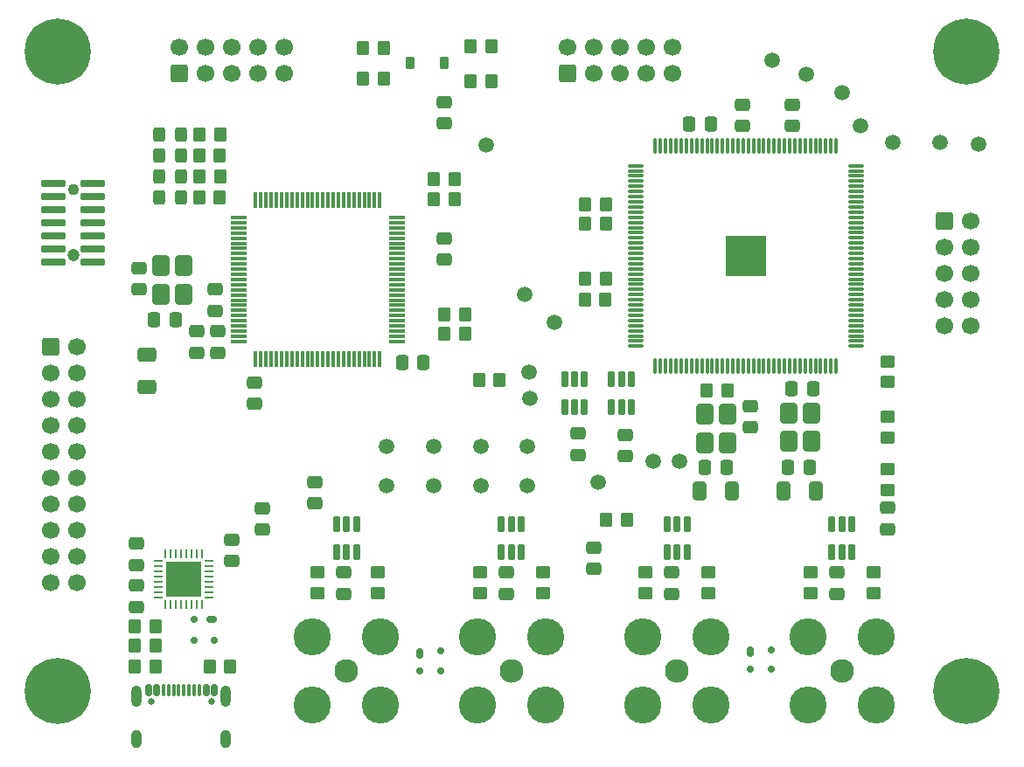
<source format=gts>
G04 #@! TF.GenerationSoftware,KiCad,Pcbnew,9.0.5*
G04 #@! TF.CreationDate,2025-10-23T02:28:30+02:00*
G04 #@! TF.ProjectId,main-board,6d61696e-2d62-46f6-9172-642e6b696361,1.0a*
G04 #@! TF.SameCoordinates,Original*
G04 #@! TF.FileFunction,Soldermask,Top*
G04 #@! TF.FilePolarity,Negative*
%FSLAX46Y46*%
G04 Gerber Fmt 4.6, Leading zero omitted, Abs format (unit mm)*
G04 Created by KiCad (PCBNEW 9.0.5) date 2025-10-23 02:28:30*
%MOMM*%
%LPD*%
G01*
G04 APERTURE LIST*
G04 Aperture macros list*
%AMRoundRect*
0 Rectangle with rounded corners*
0 $1 Rounding radius*
0 $2 $3 $4 $5 $6 $7 $8 $9 X,Y pos of 4 corners*
0 Add a 4 corners polygon primitive as box body*
4,1,4,$2,$3,$4,$5,$6,$7,$8,$9,$2,$3,0*
0 Add four circle primitives for the rounded corners*
1,1,$1+$1,$2,$3*
1,1,$1+$1,$4,$5*
1,1,$1+$1,$6,$7*
1,1,$1+$1,$8,$9*
0 Add four rect primitives between the rounded corners*
20,1,$1+$1,$2,$3,$4,$5,0*
20,1,$1+$1,$4,$5,$6,$7,0*
20,1,$1+$1,$6,$7,$8,$9,0*
20,1,$1+$1,$8,$9,$2,$3,0*%
G04 Aperture macros list end*
%ADD10RoundRect,0.250000X-0.350000X-0.450000X0.350000X-0.450000X0.350000X0.450000X-0.350000X0.450000X0*%
%ADD11RoundRect,0.250000X0.475000X-0.337500X0.475000X0.337500X-0.475000X0.337500X-0.475000X-0.337500X0*%
%ADD12RoundRect,0.162500X-0.162500X0.617500X-0.162500X-0.617500X0.162500X-0.617500X0.162500X0.617500X0*%
%ADD13RoundRect,0.175000X-0.175000X-0.325000X0.175000X-0.325000X0.175000X0.325000X-0.175000X0.325000X0*%
%ADD14RoundRect,0.150000X-0.200000X-0.150000X0.200000X-0.150000X0.200000X0.150000X-0.200000X0.150000X0*%
%ADD15RoundRect,0.250000X-0.450000X0.350000X-0.450000X-0.350000X0.450000X-0.350000X0.450000X0.350000X0*%
%ADD16RoundRect,0.250000X-0.337500X-0.475000X0.337500X-0.475000X0.337500X0.475000X-0.337500X0.475000X0*%
%ADD17RoundRect,0.250000X0.450000X-0.350000X0.450000X0.350000X-0.450000X0.350000X-0.450000X-0.350000X0*%
%ADD18RoundRect,0.250000X-0.475000X0.337500X-0.475000X-0.337500X0.475000X-0.337500X0.475000X0.337500X0*%
%ADD19RoundRect,0.250000X0.575000X-0.725000X0.575000X0.725000X-0.575000X0.725000X-0.575000X-0.725000X0*%
%ADD20RoundRect,0.062500X0.062500X-0.375000X0.062500X0.375000X-0.062500X0.375000X-0.062500X-0.375000X0*%
%ADD21RoundRect,0.062500X0.375000X-0.062500X0.375000X0.062500X-0.375000X0.062500X-0.375000X-0.062500X0*%
%ADD22R,3.450000X3.450000*%
%ADD23C,0.650000*%
%ADD24RoundRect,0.150000X-0.150000X-0.425000X0.150000X-0.425000X0.150000X0.425000X-0.150000X0.425000X0*%
%ADD25RoundRect,0.075000X-0.075000X-0.500000X0.075000X-0.500000X0.075000X0.500000X-0.075000X0.500000X0*%
%ADD26O,1.000000X2.100000*%
%ADD27O,1.000000X1.800000*%
%ADD28C,2.300000*%
%ADD29C,3.600000*%
%ADD30RoundRect,0.250000X-0.600000X-0.600000X0.600000X-0.600000X0.600000X0.600000X-0.600000X0.600000X0*%
%ADD31C,1.700000*%
%ADD32RoundRect,0.175000X-0.325000X0.175000X-0.325000X-0.175000X0.325000X-0.175000X0.325000X0.175000X0*%
%ADD33RoundRect,0.150000X-0.150000X0.200000X-0.150000X-0.200000X0.150000X-0.200000X0.150000X0.200000X0*%
%ADD34RoundRect,0.250000X-0.412500X-0.650000X0.412500X-0.650000X0.412500X0.650000X-0.412500X0.650000X0*%
%ADD35C,6.400000*%
%ADD36C,1.200000*%
%ADD37C,1.100000*%
%ADD38RoundRect,0.112500X1.037500X-0.262500X1.037500X0.262500X-1.037500X0.262500X-1.037500X-0.262500X0*%
%ADD39RoundRect,0.250000X0.600000X-0.600000X0.600000X0.600000X-0.600000X0.600000X-0.600000X-0.600000X0*%
%ADD40C,1.500000*%
%ADD41RoundRect,0.250000X0.337500X0.475000X-0.337500X0.475000X-0.337500X-0.475000X0.337500X-0.475000X0*%
%ADD42RoundRect,0.250000X0.350000X0.450000X-0.350000X0.450000X-0.350000X-0.450000X0.350000X-0.450000X0*%
%ADD43RoundRect,0.250000X-0.325000X-0.450000X0.325000X-0.450000X0.325000X0.450000X-0.325000X0.450000X0*%
%ADD44RoundRect,0.225000X0.225000X0.375000X-0.225000X0.375000X-0.225000X-0.375000X0.225000X-0.375000X0*%
%ADD45RoundRect,0.250000X0.650000X-0.412500X0.650000X0.412500X-0.650000X0.412500X-0.650000X-0.412500X0*%
%ADD46RoundRect,0.075000X0.075000X-0.662500X0.075000X0.662500X-0.075000X0.662500X-0.075000X-0.662500X0*%
%ADD47RoundRect,0.075000X0.662500X-0.075000X0.662500X0.075000X-0.662500X0.075000X-0.662500X-0.075000X0*%
%ADD48R,4.000000X4.000000*%
%ADD49RoundRect,0.075000X-0.725000X-0.075000X0.725000X-0.075000X0.725000X0.075000X-0.725000X0.075000X0*%
%ADD50RoundRect,0.075000X-0.075000X-0.725000X0.075000X-0.725000X0.075000X0.725000X-0.075000X0.725000X0*%
G04 APERTURE END LIST*
D10*
X100169200Y-76581000D03*
X102169200Y-76581000D03*
D11*
X125647200Y-51964500D03*
X125647200Y-49889500D03*
D12*
X104245200Y-90598000D03*
X103295200Y-90598000D03*
X102345200Y-90598000D03*
X102345200Y-93298000D03*
X103295200Y-93298000D03*
X104245200Y-93298000D03*
D13*
X94437200Y-103070000D03*
D14*
X94437200Y-104770000D03*
X96437200Y-104770000D03*
X96437200Y-102870000D03*
D15*
X138347200Y-95266000D03*
X138347200Y-97266000D03*
D16*
X122069700Y-85090000D03*
X124144700Y-85090000D03*
D17*
X139744200Y-76803000D03*
X139744200Y-74803000D03*
D18*
X79165200Y-89005500D03*
X79165200Y-91080500D03*
D19*
X124207200Y-82655000D03*
X124207200Y-79905000D03*
X122007200Y-79905000D03*
X122007200Y-82655000D03*
D20*
X69823200Y-98347000D03*
X70323200Y-98347000D03*
X70823200Y-98347000D03*
X71323200Y-98347000D03*
X71823200Y-98347000D03*
X72323200Y-98347000D03*
X72823200Y-98347000D03*
X73323200Y-98347000D03*
D21*
X74010700Y-97659500D03*
X74010700Y-97159500D03*
X74010700Y-96659500D03*
X74010700Y-96159500D03*
X74010700Y-95659500D03*
X74010700Y-95159500D03*
X74010700Y-94659500D03*
X74010700Y-94159500D03*
D20*
X73323200Y-93472000D03*
X72823200Y-93472000D03*
X72323200Y-93472000D03*
X71823200Y-93472000D03*
X71323200Y-93472000D03*
X70823200Y-93472000D03*
X70323200Y-93472000D03*
X69823200Y-93472000D03*
D21*
X69135700Y-94159500D03*
X69135700Y-94659500D03*
X69135700Y-95159500D03*
X69135700Y-95659500D03*
X69135700Y-96159500D03*
X69135700Y-96659500D03*
X69135700Y-97159500D03*
X69135700Y-97659500D03*
D22*
X71573200Y-95909500D03*
D10*
X73101200Y-52832000D03*
X75101200Y-52832000D03*
D23*
X68469200Y-107757000D03*
X74249200Y-107757000D03*
D24*
X68159200Y-106682000D03*
X68959200Y-106682000D03*
D25*
X70109200Y-106682000D03*
X71109200Y-106682000D03*
X71609200Y-106682000D03*
X72609200Y-106682000D03*
D24*
X73759200Y-106682000D03*
X74559200Y-106682000D03*
X74559200Y-106682000D03*
X73759200Y-106682000D03*
D25*
X73109200Y-106682000D03*
X72109200Y-106682000D03*
X70609200Y-106682000D03*
X69609200Y-106682000D03*
D24*
X68959200Y-106682000D03*
X68159200Y-106682000D03*
D26*
X67039200Y-107257000D03*
D27*
X67039200Y-111437000D03*
D26*
X75679200Y-107257000D03*
D27*
X75679200Y-111437000D03*
D28*
X103359200Y-104762000D03*
D29*
X106659200Y-108062000D03*
X106659200Y-101462000D03*
X100059200Y-108062000D03*
X100059200Y-101462000D03*
D10*
X73085200Y-54864000D03*
X75085200Y-54864000D03*
D15*
X100247200Y-95266000D03*
X100247200Y-97266000D03*
D30*
X145205200Y-61214000D03*
D31*
X147745200Y-61214000D03*
X145205200Y-63754000D03*
X147745200Y-63754000D03*
X145205200Y-66294000D03*
X147745200Y-66294000D03*
X145205200Y-68834000D03*
X147745200Y-68834000D03*
X145205200Y-71374000D03*
X147745200Y-71374000D03*
D32*
X74327200Y-99838000D03*
D33*
X72627200Y-99838000D03*
X72627200Y-101838000D03*
X74527200Y-101838000D03*
D34*
X129634200Y-87376000D03*
X132759200Y-87376000D03*
D35*
X147359200Y-44762000D03*
D19*
X71545200Y-68282000D03*
X71545200Y-65532000D03*
X69345200Y-65532000D03*
X69345200Y-68282000D03*
D36*
X60877200Y-64516000D03*
D37*
X60877200Y-58166000D03*
D38*
X62782200Y-65151000D03*
X58972200Y-65151000D03*
X62782200Y-63881000D03*
X58972200Y-63881000D03*
X62782200Y-62611000D03*
X58972200Y-62611000D03*
X62782200Y-61341000D03*
X58972200Y-61341000D03*
X62782200Y-60071000D03*
X58972200Y-60071000D03*
X62782200Y-58801000D03*
X58972200Y-58801000D03*
X62782200Y-57531000D03*
X58972200Y-57531000D03*
D35*
X59359200Y-44762000D03*
D39*
X108756200Y-46863000D03*
D31*
X108756200Y-44323000D03*
X111296200Y-46863000D03*
X111296200Y-44323000D03*
X113836200Y-46863000D03*
X113836200Y-44323000D03*
X116376200Y-46863000D03*
X116376200Y-44323000D03*
X118916200Y-46863000D03*
X118916200Y-44323000D03*
D10*
X66878200Y-100457000D03*
X68878200Y-100457000D03*
D40*
X128568200Y-45593000D03*
D30*
X58718200Y-73406000D03*
D31*
X61258200Y-73406000D03*
X58718200Y-75946000D03*
X61258200Y-75946000D03*
X58718200Y-78486000D03*
X61258200Y-78486000D03*
X58718200Y-81026000D03*
X61258200Y-81026000D03*
X58718200Y-83566000D03*
X61258200Y-83566000D03*
X58718200Y-86106000D03*
X61258200Y-86106000D03*
X58718200Y-88646000D03*
X61258200Y-88646000D03*
X58718200Y-91186000D03*
X61258200Y-91186000D03*
X58718200Y-93726000D03*
X61258200Y-93726000D03*
X58718200Y-96266000D03*
X61258200Y-96266000D03*
D10*
X110439200Y-59563000D03*
X112439200Y-59563000D03*
D15*
X90341200Y-95266000D03*
X90341200Y-97266000D03*
D11*
X96818200Y-64940000D03*
X96818200Y-62865000D03*
D18*
X87039200Y-95228500D03*
X87039200Y-97303500D03*
D41*
X70804700Y-70739000D03*
X68729700Y-70739000D03*
D40*
X105022400Y-75844400D03*
D10*
X73101200Y-56896000D03*
X75101200Y-56896000D03*
D11*
X76244200Y-94150000D03*
X76244200Y-92075000D03*
D12*
X114913200Y-76501000D03*
X113963200Y-76501000D03*
X113013200Y-76501000D03*
X113013200Y-79201000D03*
X113963200Y-79201000D03*
X114913200Y-79201000D03*
D40*
X104819200Y-83058000D03*
X100330200Y-83058000D03*
D11*
X130473200Y-51964500D03*
X130473200Y-49889500D03*
D42*
X68846200Y-102362000D03*
X66846200Y-102362000D03*
D18*
X74847200Y-71860500D03*
X74847200Y-73935500D03*
D40*
X104565200Y-68326000D03*
D35*
X147359200Y-106762000D03*
D40*
X144824200Y-53594000D03*
D18*
X134791200Y-95250000D03*
X134791200Y-97325000D03*
D40*
X100374200Y-86868000D03*
X95802200Y-86868000D03*
D18*
X84245200Y-86465500D03*
X84245200Y-88540500D03*
X72815200Y-71860500D03*
X72815200Y-73935500D03*
D35*
X59359200Y-106762000D03*
D10*
X95802200Y-57150000D03*
X97802200Y-57150000D03*
D15*
X106343200Y-95266000D03*
X106343200Y-97266000D03*
D42*
X101374200Y-47656000D03*
X99374200Y-47656000D03*
D28*
X119359200Y-104762000D03*
D29*
X122659200Y-108062000D03*
X122659200Y-101462000D03*
X116059200Y-108062000D03*
X116059200Y-101462000D03*
D10*
X74101200Y-104394000D03*
X76101200Y-104394000D03*
D18*
X111296200Y-92815500D03*
X111296200Y-94890500D03*
D40*
X137077200Y-51943000D03*
D18*
X74593200Y-67796500D03*
X74593200Y-69871500D03*
D15*
X139744200Y-85233000D03*
X139744200Y-87233000D03*
D40*
X107460800Y-71018400D03*
D10*
X96834200Y-70231000D03*
X98834200Y-70231000D03*
D18*
X109746800Y-81766500D03*
X109746800Y-83841500D03*
D42*
X114471200Y-90170000D03*
X112471200Y-90170000D03*
D15*
X116249200Y-95266000D03*
X116249200Y-97266000D03*
D40*
X131870200Y-46990000D03*
D11*
X66973200Y-94531000D03*
X66973200Y-92456000D03*
D18*
X114344200Y-81915000D03*
X114344200Y-83990000D03*
D15*
X122345200Y-95266000D03*
X122345200Y-97266000D03*
D16*
X120545700Y-51816000D03*
X122620700Y-51816000D03*
D43*
X69250200Y-52832000D03*
X71300200Y-52832000D03*
D10*
X88976200Y-47402000D03*
X90976200Y-47402000D03*
X110439200Y-66802000D03*
X112439200Y-66802000D03*
D39*
X71164200Y-46863000D03*
D31*
X71164200Y-44323000D03*
X73704200Y-46863000D03*
X73704200Y-44323000D03*
X76244200Y-46863000D03*
X76244200Y-44323000D03*
X78784200Y-46863000D03*
X78784200Y-44323000D03*
X81324200Y-46863000D03*
X81324200Y-44323000D03*
D40*
X135299200Y-48768000D03*
D16*
X92732700Y-74930000D03*
X94807700Y-74930000D03*
D44*
X96816200Y-45878000D03*
X93516200Y-45878000D03*
D43*
X69250200Y-56896000D03*
X71300200Y-56896000D03*
D40*
X119551200Y-84455000D03*
X95780200Y-83058000D03*
D13*
X126441200Y-102948000D03*
D14*
X126441200Y-104648000D03*
X128441200Y-104648000D03*
X128441200Y-102748000D03*
D12*
X120313200Y-90598000D03*
X119363200Y-90598000D03*
X118413200Y-90598000D03*
X118413200Y-93298000D03*
X119363200Y-93298000D03*
X120313200Y-93298000D03*
D40*
X104819200Y-86868000D03*
X105073200Y-78359000D03*
X148507200Y-53721000D03*
X111677200Y-86487000D03*
D43*
X69250200Y-54864000D03*
X71300200Y-54864000D03*
D15*
X132251200Y-95266000D03*
X132251200Y-97266000D03*
D45*
X67989200Y-77254500D03*
X67989200Y-74129500D03*
D40*
X91230200Y-83058000D03*
X100882200Y-53848000D03*
D18*
X96818200Y-49657000D03*
X96818200Y-51732000D03*
D10*
X73085200Y-58928000D03*
X75085200Y-58928000D03*
D18*
X102787200Y-95228500D03*
X102787200Y-97303500D03*
D28*
X135359200Y-104762000D03*
D29*
X138659200Y-108062000D03*
X138659200Y-101462000D03*
X132059200Y-108062000D03*
X132059200Y-101462000D03*
D19*
X132335200Y-82528000D03*
X132335200Y-79778000D03*
X130135200Y-79778000D03*
X130135200Y-82528000D03*
D15*
X139744200Y-80169000D03*
X139744200Y-82169000D03*
D10*
X88976200Y-44452000D03*
X90976200Y-44452000D03*
X95818200Y-59055000D03*
X97818200Y-59055000D03*
X110423200Y-68834000D03*
X112423200Y-68834000D03*
D42*
X68862200Y-104394000D03*
X66862200Y-104394000D03*
D46*
X117254200Y-75238500D03*
X117754200Y-75238500D03*
X118254200Y-75238500D03*
X118754200Y-75238500D03*
X119254200Y-75238500D03*
X119754200Y-75238500D03*
X120254200Y-75238500D03*
X120754200Y-75238500D03*
X121254200Y-75238500D03*
X121754200Y-75238500D03*
X122254200Y-75238500D03*
X122754200Y-75238500D03*
X123254200Y-75238500D03*
X123754200Y-75238500D03*
X124254200Y-75238500D03*
X124754200Y-75238500D03*
X125254200Y-75238500D03*
X125754200Y-75238500D03*
X126254200Y-75238500D03*
X126754200Y-75238500D03*
X127254200Y-75238500D03*
X127754200Y-75238500D03*
X128254200Y-75238500D03*
X128754200Y-75238500D03*
X129254200Y-75238500D03*
X129754200Y-75238500D03*
X130254200Y-75238500D03*
X130754200Y-75238500D03*
X131254200Y-75238500D03*
X131754200Y-75238500D03*
X132254200Y-75238500D03*
X132754200Y-75238500D03*
X133254200Y-75238500D03*
X133754200Y-75238500D03*
X134254200Y-75238500D03*
X134754200Y-75238500D03*
D47*
X136666700Y-73326000D03*
X136666700Y-72826000D03*
X136666700Y-72326000D03*
X136666700Y-71826000D03*
X136666700Y-71326000D03*
X136666700Y-70826000D03*
X136666700Y-70326000D03*
X136666700Y-69826000D03*
X136666700Y-69326000D03*
X136666700Y-68826000D03*
X136666700Y-68326000D03*
X136666700Y-67826000D03*
X136666700Y-67326000D03*
X136666700Y-66826000D03*
X136666700Y-66326000D03*
X136666700Y-65826000D03*
X136666700Y-65326000D03*
X136666700Y-64826000D03*
X136666700Y-64326000D03*
X136666700Y-63826000D03*
X136666700Y-63326000D03*
X136666700Y-62826000D03*
X136666700Y-62326000D03*
X136666700Y-61826000D03*
X136666700Y-61326000D03*
X136666700Y-60826000D03*
X136666700Y-60326000D03*
X136666700Y-59826000D03*
X136666700Y-59326000D03*
X136666700Y-58826000D03*
X136666700Y-58326000D03*
X136666700Y-57826000D03*
X136666700Y-57326000D03*
X136666700Y-56826000D03*
X136666700Y-56326000D03*
X136666700Y-55826000D03*
D46*
X134754200Y-53913500D03*
X134254200Y-53913500D03*
X133754200Y-53913500D03*
X133254200Y-53913500D03*
X132754200Y-53913500D03*
X132254200Y-53913500D03*
X131754200Y-53913500D03*
X131254200Y-53913500D03*
X130754200Y-53913500D03*
X130254200Y-53913500D03*
X129754200Y-53913500D03*
X129254200Y-53913500D03*
X128754200Y-53913500D03*
X128254200Y-53913500D03*
X127754200Y-53913500D03*
X127254200Y-53913500D03*
X126754200Y-53913500D03*
X126254200Y-53913500D03*
X125754200Y-53913500D03*
X125254200Y-53913500D03*
X124754200Y-53913500D03*
X124254200Y-53913500D03*
X123754200Y-53913500D03*
X123254200Y-53913500D03*
X122754200Y-53913500D03*
X122254200Y-53913500D03*
X121754200Y-53913500D03*
X121254200Y-53913500D03*
X120754200Y-53913500D03*
X120254200Y-53913500D03*
X119754200Y-53913500D03*
X119254200Y-53913500D03*
X118754200Y-53913500D03*
X118254200Y-53913500D03*
X117754200Y-53913500D03*
X117254200Y-53913500D03*
D47*
X115341700Y-55826000D03*
X115341700Y-56326000D03*
X115341700Y-56826000D03*
X115341700Y-57326000D03*
X115341700Y-57826000D03*
X115341700Y-58326000D03*
X115341700Y-58826000D03*
X115341700Y-59326000D03*
X115341700Y-59826000D03*
X115341700Y-60326000D03*
X115341700Y-60826000D03*
X115341700Y-61326000D03*
X115341700Y-61826000D03*
X115341700Y-62326000D03*
X115341700Y-62826000D03*
X115341700Y-63326000D03*
X115341700Y-63826000D03*
X115341700Y-64326000D03*
X115341700Y-64826000D03*
X115341700Y-65326000D03*
X115341700Y-65826000D03*
X115341700Y-66326000D03*
X115341700Y-66826000D03*
X115341700Y-67326000D03*
X115341700Y-67826000D03*
X115341700Y-68326000D03*
X115341700Y-68826000D03*
X115341700Y-69326000D03*
X115341700Y-69826000D03*
X115341700Y-70326000D03*
X115341700Y-70826000D03*
X115341700Y-71326000D03*
X115341700Y-71826000D03*
X115341700Y-72326000D03*
X115341700Y-72826000D03*
X115341700Y-73326000D03*
D48*
X126004200Y-64576000D03*
D43*
X69250200Y-58928000D03*
X71300200Y-58928000D03*
D16*
X130092200Y-85090000D03*
X132167200Y-85090000D03*
D40*
X117011200Y-84455000D03*
D15*
X84499200Y-95266000D03*
X84499200Y-97266000D03*
D18*
X67227200Y-65743000D03*
X67227200Y-67818000D03*
D10*
X96834200Y-72136000D03*
X98834200Y-72136000D03*
D42*
X124234200Y-77597000D03*
X122234200Y-77597000D03*
D12*
X110356400Y-76548000D03*
X109406400Y-76548000D03*
X108456400Y-76548000D03*
X108456400Y-79248000D03*
X109406400Y-79248000D03*
X110356400Y-79248000D03*
X136249200Y-90598000D03*
X135299200Y-90598000D03*
X134349200Y-90598000D03*
X134349200Y-93298000D03*
X135299200Y-93298000D03*
X136249200Y-93298000D03*
D34*
X121544700Y-87376000D03*
X124669700Y-87376000D03*
D10*
X110439200Y-61468000D03*
X112439200Y-61468000D03*
D16*
X130451700Y-77470000D03*
X132526700Y-77470000D03*
D18*
X66973200Y-96498500D03*
X66973200Y-98573500D03*
X78403200Y-76813500D03*
X78403200Y-78888500D03*
X118789200Y-95228500D03*
X118789200Y-97303500D03*
D40*
X91230200Y-86868000D03*
D18*
X126409200Y-79099500D03*
X126409200Y-81174500D03*
X139744200Y-88984000D03*
X139744200Y-91059000D03*
D40*
X140252200Y-53594000D03*
D12*
X88309200Y-90598000D03*
X87359200Y-90598000D03*
X86409200Y-90598000D03*
X86409200Y-93298000D03*
X87359200Y-93298000D03*
X88309200Y-93298000D03*
D49*
X76888200Y-60857000D03*
X76888200Y-61357000D03*
X76888200Y-61857000D03*
X76888200Y-62357000D03*
X76888200Y-62857000D03*
X76888200Y-63357000D03*
X76888200Y-63857000D03*
X76888200Y-64357000D03*
X76888200Y-64857000D03*
X76888200Y-65357000D03*
X76888200Y-65857000D03*
X76888200Y-66357000D03*
X76888200Y-66857000D03*
X76888200Y-67357000D03*
X76888200Y-67857000D03*
X76888200Y-68357000D03*
X76888200Y-68857000D03*
X76888200Y-69357000D03*
X76888200Y-69857000D03*
X76888200Y-70357000D03*
X76888200Y-70857000D03*
X76888200Y-71357000D03*
X76888200Y-71857000D03*
X76888200Y-72357000D03*
X76888200Y-72857000D03*
D50*
X78563200Y-74532000D03*
X79063200Y-74532000D03*
X79563200Y-74532000D03*
X80063200Y-74532000D03*
X80563200Y-74532000D03*
X81063200Y-74532000D03*
X81563200Y-74532000D03*
X82063200Y-74532000D03*
X82563200Y-74532000D03*
X83063200Y-74532000D03*
X83563200Y-74532000D03*
X84063200Y-74532000D03*
X84563200Y-74532000D03*
X85063200Y-74532000D03*
X85563200Y-74532000D03*
X86063200Y-74532000D03*
X86563200Y-74532000D03*
X87063200Y-74532000D03*
X87563200Y-74532000D03*
X88063200Y-74532000D03*
X88563200Y-74532000D03*
X89063200Y-74532000D03*
X89563200Y-74532000D03*
X90063200Y-74532000D03*
X90563200Y-74532000D03*
D49*
X92238200Y-72857000D03*
X92238200Y-72357000D03*
X92238200Y-71857000D03*
X92238200Y-71357000D03*
X92238200Y-70857000D03*
X92238200Y-70357000D03*
X92238200Y-69857000D03*
X92238200Y-69357000D03*
X92238200Y-68857000D03*
X92238200Y-68357000D03*
X92238200Y-67857000D03*
X92238200Y-67357000D03*
X92238200Y-66857000D03*
X92238200Y-66357000D03*
X92238200Y-65857000D03*
X92238200Y-65357000D03*
X92238200Y-64857000D03*
X92238200Y-64357000D03*
X92238200Y-63857000D03*
X92238200Y-63357000D03*
X92238200Y-62857000D03*
X92238200Y-62357000D03*
X92238200Y-61857000D03*
X92238200Y-61357000D03*
X92238200Y-60857000D03*
D50*
X90563200Y-59182000D03*
X90063200Y-59182000D03*
X89563200Y-59182000D03*
X89063200Y-59182000D03*
X88563200Y-59182000D03*
X88063200Y-59182000D03*
X87563200Y-59182000D03*
X87063200Y-59182000D03*
X86563200Y-59182000D03*
X86063200Y-59182000D03*
X85563200Y-59182000D03*
X85063200Y-59182000D03*
X84563200Y-59182000D03*
X84063200Y-59182000D03*
X83563200Y-59182000D03*
X83063200Y-59182000D03*
X82563200Y-59182000D03*
X82063200Y-59182000D03*
X81563200Y-59182000D03*
X81063200Y-59182000D03*
X80563200Y-59182000D03*
X80063200Y-59182000D03*
X79563200Y-59182000D03*
X79063200Y-59182000D03*
X78563200Y-59182000D03*
D28*
X87359200Y-104762000D03*
D29*
X90659200Y-108062000D03*
X90659200Y-101462000D03*
X84059200Y-108062000D03*
X84059200Y-101462000D03*
D42*
X101374200Y-44227000D03*
X99374200Y-44227000D03*
M02*

</source>
